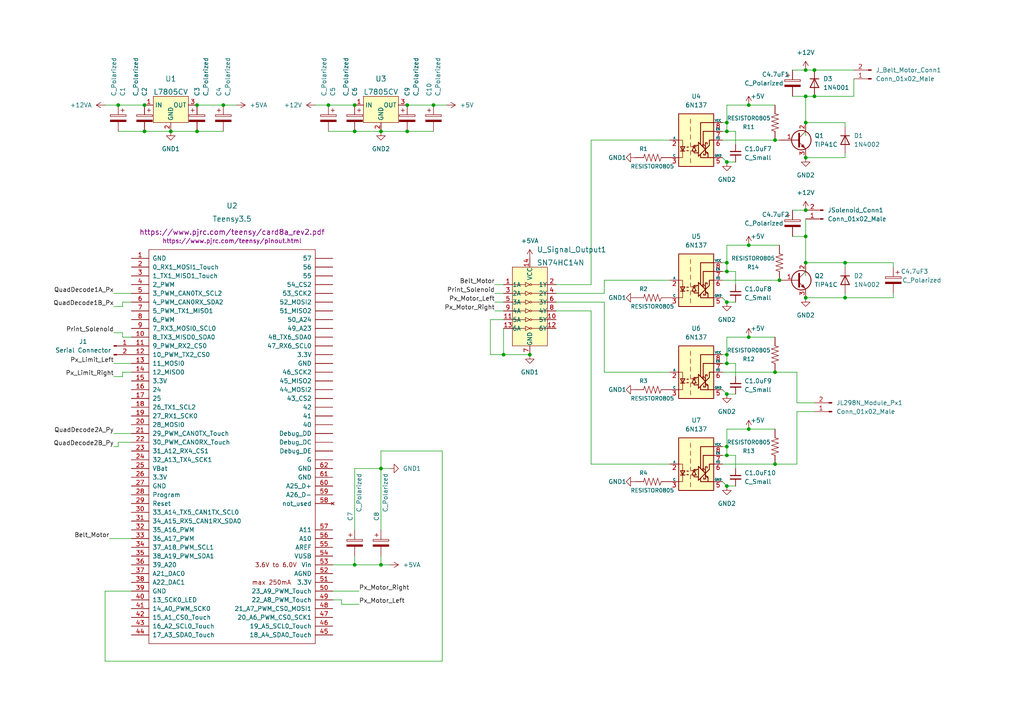
<source format=kicad_sch>
(kicad_sch (version 20230121) (generator eeschema)
  (paper "A4")
  (lib_symbols
    (symbol "Connector:Conn_01x02_Male" (pin_names (offset 1.016) hide)
      (property "Reference" "J" (at 0 2.54 0))
      (property "Value" "Conn_01x02_Male" (at 0 -5.08 0))
      (symbol "Conn_01x02_Male_1_1"
        (polyline (pts (xy 1.27 -2.54) (xy 0.8636 -2.54)) (stroke (width 0.1524)))
        (polyline (pts (xy 1.27 0) (xy 0.8636 0)) (stroke (width 0.1524)))
        (rectangle (start 0.8636 -2.413) (end 0 -2.667) (stroke (width 0.1524)) (fill (type outline)))
        (rectangle (start 0.8636 0.127) (end 0 -0.127) (stroke (width 0.1524)) (fill (type outline)))
        (pin passive line (at 5.08 0 180) (length 3.81) (name "Pin_1") (number "1"))
        (pin passive line (at 5.08 -2.54 180) (length 3.81) (name "Pin_2") (number "2"))
      )
    )
    (symbol "Device:C_Polarized" (pin_numbers hide) (pin_names (offset 0.254))
      (property "Reference" "C" (at 0.635 2.54 0))
      (property "Value" "C_Polarized" (at 0.635 -2.54 0))
      (symbol "C_Polarized_0_1"
        (rectangle (start -2.286 0.508) (end 2.286 1.016))
        (polyline (pts (xy -1.778 2.286) (xy -0.762 2.286)))
        (polyline (pts (xy -1.27 2.794) (xy -1.27 1.778)))
        (rectangle (start 2.286 -0.508) (end -2.286 -1.016) (fill (type outline)))
      )
      (symbol "C_Polarized_1_1"
        (pin passive line (at 0 3.81 270) (length 2.794) (name "~") (number "1"))
        (pin passive line (at 0 -3.81 90) (length 2.794) (name "~") (number "2"))
      )
    )
    (symbol "Device:C_Small" (pin_numbers hide) (pin_names (offset 0.254) hide)
      (property "Reference" "C" (at 0.254 1.778 0))
      (property "Value" "C_Small" (at 0.254 -2.032 0))
      (symbol "C_Small_0_1"
        (polyline (pts (xy -1.524 -0.508) (xy 1.524 -0.508)) (stroke (width 0.3302)))
        (polyline (pts (xy -1.524 0.508) (xy 1.524 0.508)) (stroke (width 0.3048)))
      )
      (symbol "C_Small_1_1"
        (pin passive line (at 0 2.54 270) (length 2.032) (name "~") (number "1"))
        (pin passive line (at 0 -2.54 90) (length 2.032) (name "~") (number "2"))
      )
    )
    (symbol "Diode:1N4001" (pin_numbers hide) (pin_names hide)
      (property "Reference" "D" (at 0 2.54 0))
      (property "Value" "1N4001" (at 0 -2.54 0))
      (symbol "1N4001_0_1"
        (polyline (pts (xy -1.27 1.27) (xy -1.27 -1.27)) (stroke (width 0.254)))
        (polyline (pts (xy 1.27 0) (xy -1.27 0)))
        (polyline (pts (xy 1.27 1.27) (xy 1.27 -1.27) (xy -1.27 0) (xy 1.27 1.27)) (stroke (width 0.254)))
      )
      (symbol "1N4001_1_1"
        (pin passive line (at -3.81 0 0) (length 2.54) (name "K") (number "1"))
        (pin passive line (at 3.81 0 180) (length 2.54) (name "A") (number "2"))
      )
    )
    (symbol "Diode:1N4002" (pin_numbers hide) (pin_names (offset 1.016) hide)
      (property "Reference" "D" (at 0 2.54 0))
      (property "Value" "1N4002" (at 0 -2.54 0))
      (symbol "1N4002_0_1"
        (polyline (pts (xy -1.27 1.27) (xy -1.27 -1.27)) (stroke (width 0.254)))
        (polyline (pts (xy 1.27 0) (xy -1.27 0)))
        (polyline (pts (xy 1.27 1.27) (xy 1.27 -1.27) (xy -1.27 0) (xy 1.27 1.27)) (stroke (width 0.254)))
      )
      (symbol "1N4002_1_1"
        (pin passive line (at -3.81 0 0) (length 2.54) (name "K") (number "1"))
        (pin passive line (at 3.81 0 180) (length 2.54) (name "A") (number "2"))
      )
    )
    (symbol "Isolator:6N137" (pin_names (offset 0))
      (property "Reference" "U" (at -4.064 8.89 0))
      (property "Value" "6N137" (at 0 -8.89 0))
      (symbol "6N137_0_1"
        (polyline (pts (xy 2.667 -3.556) (xy 2.667 -1.651)) (stroke (width 0.254)))
        (polyline (pts (xy 2.667 -2.159) (xy 2.667 -2.921)) (stroke (width 0.254)))
        (polyline (pts (xy 3.429 -3.937) (xy 3.429 -5.08)) (stroke (width 0.254)))
        (polyline (pts (xy -0.635 -3.302) (xy -0.635 -3.683) (xy 0.635 -3.683)) (stroke (width 0.254)))
        (polyline (pts (xy -0.635 -1.905) (xy -0.635 -1.524) (xy 0.508 -1.524)) (stroke (width 0.254)))
        (polyline (pts (xy 1.27 -4.064) (xy 1.27 -5.08) (xy 5.08 -5.08)) (stroke (width 0.254)))
        (polyline (pts (xy 1.27 -1.27) (xy 1.27 5.08) (xy 5.08 5.08)) (stroke (width 0.254)))
        (polyline (pts (xy 2.032 -1.27) (xy 2.032 2.54) (xy 5.08 2.54)) (stroke (width 0.254)))
        (polyline (pts (xy -5.08 -5.08) (xy -3.937 -5.08) (xy -3.937 0) (xy -5.08 0)))
        (polyline (pts (xy 2.667 -3.302) (xy 2.667 -4.318) (xy 2.159 -4.318) (xy 2.159 -3.937)) (stroke (width 0.254)))
        (polyline (pts (xy 2.667 -2.667) (xy 0.635 -4.699) (xy 0.635 -0.635) (xy 2.667 -2.667)) (stroke (width 0.254)))
        (polyline (pts (xy 2.667 -1.778) (xy 2.667 -0.762) (xy 3.175 -0.762) (xy 3.175 -1.143)) (stroke (width 0.254)))
        (polyline (pts (xy 2.794 -2.54) (xy 3.81 -1.524) (xy 3.81 0) (xy 5.08 0)) (stroke (width 0.254)))
        (polyline (pts (xy 2.667 -3.175) (xy 3.429 -3.937) (xy 3.302 -3.556) (xy 3.048 -3.81) (xy 3.429 -3.937)) (stroke (width 0.254)))
        (circle (center 2.032 -1.524) (radius 0.254) (stroke (width 0.254)))
      )
      (symbol "6N137_1_1"
        (rectangle (start -5.08 7.62) (end 5.08 -7.62) (stroke (width 0.254)) (fill (type background)))
        (polyline (pts (xy -4.572 -3.175) (xy -3.302 -3.175)) (stroke (width 0.254)))
        (polyline (pts (xy -1.651 -5.334) (xy -1.651 -6.604)))
        (polyline (pts (xy -1.651 -3.048) (xy -1.651 -4.318)))
        (polyline (pts (xy -1.651 -0.762) (xy -1.651 -2.032)))
        (polyline (pts (xy -1.651 1.524) (xy -1.651 0.254)))
        (polyline (pts (xy -1.651 3.81) (xy -1.651 2.54)))
        (polyline (pts (xy -1.651 6.096) (xy -1.651 4.826)))
        (polyline (pts (xy -1.27 -1.905) (xy 0 -1.905)) (stroke (width 0.254)))
        (polyline (pts (xy -3.937 -3.175) (xy -4.572 -1.905) (xy -3.302 -1.905) (xy -3.937 -3.175)) (stroke (width 0.254)))
        (polyline (pts (xy -0.635 -1.905) (xy -1.27 -3.175) (xy 0 -3.175) (xy -0.635 -1.905)) (stroke (width 0.254)))
        (polyline (pts (xy -2.921 -3.048) (xy -2.159 -3.048) (xy -2.54 -3.175) (xy -2.54 -2.921) (xy -2.159 -3.048)) (stroke (width 0.127)))
        (polyline (pts (xy -2.921 -2.032) (xy -2.159 -2.032) (xy -2.54 -2.159) (xy -2.54 -1.905) (xy -2.159 -2.032)) (stroke (width 0.127)))
        (pin no_connect line (at -5.08 5.08 0) (length 2.54) hide (name "NC") (number "1"))
        (pin passive line (at -7.62 0 0) (length 2.54) (name "A") (number "2"))
        (pin passive line (at -7.62 -5.08 0) (length 2.54) (name "C") (number "3"))
        (pin power_in line (at 7.62 -5.08 180) (length 2.54) (name "GND") (number "5"))
        (pin open_collector line (at 7.62 0 180) (length 2.54) (name "VO") (number "6"))
        (pin input line (at 7.62 2.54 180) (length 2.54) (name "EN") (number "7"))
        (pin power_in line (at 7.62 5.08 180) (length 2.54) (name "VCC") (number "8"))
      )
    )
    (symbol "SparkFun-Resistors:RESISTOR0805" (pin_numbers hide) (pin_names (offset 1.016) hide)
      (property "Reference" "R" (at -5.08 1.27 0))
      (property "Value" "RESISTOR0805" (at -5.08 -3.81 0))
      (property "Field4" " " (at 0 5.08 0))
      (symbol "RESISTOR0805_1_0"
        (polyline (pts (xy -2.54 0) (xy -2.159 1.016)))
        (polyline (pts (xy -2.159 1.016) (xy -1.524 -1.016)))
        (polyline (pts (xy -1.524 -1.016) (xy -0.889 1.016)))
        (polyline (pts (xy -0.889 1.016) (xy -0.254 -1.016)))
        (polyline (pts (xy -0.254 -1.016) (xy 0.381 1.016)))
        (polyline (pts (xy 0.381 1.016) (xy 1.016 -1.016)))
        (polyline (pts (xy 1.016 -1.016) (xy 1.651 1.016)))
        (polyline (pts (xy 1.651 1.016) (xy 2.286 -1.016)))
        (polyline (pts (xy 2.286 -1.016) (xy 2.54 0)))
      )
      (symbol "RESISTOR0805_1_1"
        (pin passive line (at -5.08 0 0) (length 2.54) (name "1") (number "1"))
        (pin passive line (at 5.08 0 180) (length 2.54) (name "2") (number "2"))
      )
    )
    (symbol "Transistor_BJT:TIP41C" (pin_names (offset 0) hide)
      (property "Reference" "Q" (at 6.35 1.905 0))
      (property "Value" "TIP41C" (at 6.35 0 0))
      (symbol "TIP41C_0_1"
        (polyline (pts (xy 0.635 0.635) (xy 2.54 2.54)))
        (polyline (pts (xy 0.635 -0.635) (xy 2.54 -2.54) (xy 2.54 -2.54)))
        (polyline (pts (xy 0.635 1.905) (xy 0.635 -1.905) (xy 0.635 -1.905)) (stroke (width 0.508)))
        (polyline (pts (xy 1.27 -1.778) (xy 1.778 -1.27) (xy 2.286 -2.286) (xy 1.27 -1.778) (xy 1.27 -1.778)) (fill (type outline)))
        (circle (center 1.27 0) (radius 2.8194) (stroke (width 0.254)))
      )
      (symbol "TIP41C_1_1"
        (pin input line (at -5.08 0 0) (length 5.715) (name "B") (number "1"))
        (pin passive line (at 2.54 5.08 270) (length 2.54) (name "C") (number "2"))
        (pin passive line (at 2.54 -5.08 90) (length 2.54) (name "E") (number "3"))
      )
    )
    (symbol "dk_Logic-Gates-and-Inverters:SN74HC14N" (pin_names (offset 0.0254))
      (property "Reference" "U" (at -2.54 13.716 0))
      (property "Value" "SN74HC14N" (at 0.254 -11.43 0))
      (symbol "SN74HC14N_0_1"
        (rectangle (start -5.08 12.7) (end 5.08 -10.16) (fill (type background)))
        (polyline (pts (xy -2.54 -5.08) (xy -5.08 -5.08)))
        (polyline (pts (xy -2.54 -2.54) (xy -5.08 -2.54)))
        (polyline (pts (xy -2.54 -2.54) (xy -1.27 -2.54)))
        (polyline (pts (xy -2.54 0) (xy -5.08 0)))
        (polyline (pts (xy -2.54 2.54) (xy -5.08 2.54)))
        (polyline (pts (xy -2.54 2.54) (xy -1.27 2.54)))
        (polyline (pts (xy -2.54 5.08) (xy -5.08 5.08)))
        (polyline (pts (xy -2.54 7.62) (xy -5.08 7.62)))
        (polyline (pts (xy -1.27 -5.08) (xy -2.54 -5.08)))
        (polyline (pts (xy -1.27 0) (xy -2.54 0)))
        (polyline (pts (xy -1.27 5.08) (xy -2.54 5.08)))
        (polyline (pts (xy -1.27 7.62) (xy -2.54 7.62)))
        (polyline (pts (xy 0.508 -5.08) (xy 2.54 -5.08)))
        (polyline (pts (xy 0.508 0) (xy 2.54 0)))
        (polyline (pts (xy 0.508 2.54) (xy 2.54 2.54)))
        (polyline (pts (xy 0.508 5.08) (xy 2.54 5.08)))
        (polyline (pts (xy 2.54 -2.54) (xy 0.508 -2.54)))
        (polyline (pts (xy 2.54 7.62) (xy 0.508 7.62)))
        (polyline (pts (xy 5.08 -5.08) (xy 2.54 -5.08)))
        (polyline (pts (xy 5.08 -2.54) (xy 2.54 -2.54)))
        (polyline (pts (xy 5.08 0) (xy 2.54 0)))
        (polyline (pts (xy 5.08 2.54) (xy 2.54 2.54)))
        (polyline (pts (xy 5.08 5.08) (xy 2.54 5.08)))
        (polyline (pts (xy 5.08 7.62) (xy 2.54 7.62)))
        (polyline (pts (xy -1.27 -4.445) (xy -1.27 -5.715) (xy 0 -5.08) (xy -1.27 -4.445)))
        (polyline (pts (xy -1.27 -1.905) (xy -1.27 -3.175) (xy 0 -2.54) (xy -1.27 -1.905)))
        (polyline (pts (xy -1.27 0.635) (xy -1.27 -0.635) (xy 0 0) (xy -1.27 0.635)))
        (polyline (pts (xy -1.27 3.175) (xy -1.27 1.905) (xy 0 2.54) (xy -1.27 3.175)))
        (polyline (pts (xy -1.27 5.715) (xy -1.27 4.445) (xy 0 5.08) (xy -1.27 5.715)))
        (polyline (pts (xy -1.27 8.255) (xy -1.27 6.985) (xy 0 7.62) (xy -1.27 8.255)))
        (circle (center 0.254 -5.08) (radius 0.254))
        (circle (center 0.254 -2.54) (radius 0.254))
        (circle (center 0.254 0) (radius 0.254))
        (circle (center 0.254 2.54) (radius 0.254))
        (circle (center 0.254 5.08) (radius 0.254))
        (circle (center 0.254 7.62) (radius 0.254))
      )
      (symbol "SN74HC14N_1_1"
        (pin input line (at -7.62 7.62 0) (length 2.54) (name "1A") (number "1"))
        (pin output line (at 7.62 -2.54 180) (length 2.54) (name "5Y") (number "10"))
        (pin input line (at -7.62 -2.54 0) (length 2.54) (name "5A") (number "11"))
        (pin output line (at 7.62 -5.08 180) (length 2.54) (name "6Y") (number "12"))
        (pin input line (at -7.62 -5.08 0) (length 2.54) (name "6A") (number "13"))
        (pin power_in line (at 0 15.24 270) (length 2.54) (name "VCC") (number "14"))
        (pin output line (at 7.62 7.62 180) (length 2.54) (name "1Y") (number "2"))
        (pin input line (at -7.62 5.08 0) (length 2.54) (name "2A") (number "3"))
        (pin output line (at 7.62 5.08 180) (length 2.54) (name "2Y") (number "4"))
        (pin input line (at -7.62 2.54 0) (length 2.54) (name "3A") (number "5"))
        (pin output line (at 7.62 2.54 180) (length 2.54) (name "3Y") (number "6"))
        (pin power_in line (at 0 -12.7 90) (length 2.54) (name "GND") (number "7"))
        (pin output line (at 7.62 0 180) (length 2.54) (name "4Y") (number "8"))
        (pin input line (at -7.62 0 0) (length 2.54) (name "4A") (number "9"))
      )
    )
    (symbol "dk_PMIC-Voltage-Regulators-Linear:L7805CV"
      (property "Reference" "U" (at 0 3.81 0))
      (property "Value" "L7805CV" (at 0 6.35 0))
      (symbol "L7805CV_1_1"
        (rectangle (start -5.08 2.54) (end 5.08 -5.08) (fill (type background)))
        (pin power_in line (at -7.62 0 0) (length 2.54) (name "IN") (number "1"))
        (pin power_in line (at 0 -7.62 90) (length 2.54) (name "GND") (number "2"))
        (pin power_out line (at 7.62 0 180) (length 2.54) (name "OUT") (number "3"))
      )
    )
    (symbol "power:+12V" (power) (pin_names (offset 0))
      (property "Value" "+12V" (at 0 3.556 0))
      (symbol "+12V_0_1"
        (polyline (pts (xy -0.762 1.27) (xy 0 2.54)))
        (polyline (pts (xy 0 0) (xy 0 2.54)))
        (polyline (pts (xy 0 2.54) (xy 0.762 1.27)))
      )
      (symbol "+12V_1_1"
        (pin power_in line (at 0 0 90) (length 0) hide (name "+12V") (number "1"))
      )
    )
    (symbol "power:+12VA" (power) (pin_names (offset 0))
      (property "Value" "+12VA" (at 0 3.556 0))
      (symbol "+12VA_0_1"
        (polyline (pts (xy -0.762 1.27) (xy 0 2.54)))
        (polyline (pts (xy 0 0) (xy 0 2.54)))
        (polyline (pts (xy 0 2.54) (xy 0.762 1.27)))
      )
      (symbol "+12VA_1_1"
        (pin power_in line (at 0 0 90) (length 0) hide (name "+12VA") (number "1"))
      )
    )
    (symbol "power:+5V" (power) (pin_names (offset 0))
      (property "Value" "+5V" (at 0 3.556 0))
      (symbol "+5V_0_1"
        (polyline (pts (xy -0.762 1.27) (xy 0 2.54)))
        (polyline (pts (xy 0 0) (xy 0 2.54)))
        (polyline (pts (xy 0 2.54) (xy 0.762 1.27)))
      )
      (symbol "+5V_1_1"
        (pin power_in line (at 0 0 90) (length 0) hide (name "+5V") (number "1"))
      )
    )
    (symbol "power:+5VA" (power) (pin_names (offset 0))
      (property "Value" "+5VA" (at 0 3.556 0))
      (symbol "+5VA_0_1"
        (polyline (pts (xy -0.762 1.27) (xy 0 2.54)))
        (polyline (pts (xy 0 0) (xy 0 2.54)))
        (polyline (pts (xy 0 2.54) (xy 0.762 1.27)))
      )
      (symbol "+5VA_1_1"
        (pin power_in line (at 0 0 90) (length 0) hide (name "+5VA") (number "1"))
      )
    )
    (symbol "power:GND1" (power) (pin_names (offset 0))
      (property "Value" "GND1" (at 0 -3.81 0))
      (symbol "GND1_0_1"
        (polyline (pts (xy 0 0) (xy 0 -1.27) (xy 1.27 -1.27) (xy 0 -2.54) (xy -1.27 -1.27) (xy 0 -1.27)))
      )
      (symbol "GND1_1_1"
        (pin power_in line (at 0 0 270) (length 0) hide (name "GND1") (number "1"))
      )
    )
    (symbol "power:GND2" (power) (pin_names (offset 0))
      (property "Value" "GND2" (at 0 -3.81 0))
      (symbol "GND2_0_1"
        (polyline (pts (xy 0 0) (xy 0 -1.27) (xy 1.27 -1.27) (xy 0 -2.54) (xy -1.27 -1.27) (xy 0 -1.27)))
      )
      (symbol "GND2_1_1"
        (pin power_in line (at 0 0 270) (length 0) hide (name "GND2") (number "1"))
      )
    )
    (symbol "teensy:Teensy3.5" (pin_names (offset 1.016))
      (property "Reference" "U" (at 0 59.69 0))
      (property "Value" "Teensy3.5" (at 0 -59.69 0))
      (property "Datasheet" "https://www.pjrc.com/teensy/card8a_rev2.pdf" (at 0 62.23 0))
      (property "Pinouts" "https://www.pjrc.com/teensy/pinout.html" (at 0 64.77 0))
      (symbol "Teensy3.5_0_0"
        (text "3.6V to 6.0V" (at 12.7 -34.29 0) (effects (font (size 1.27 1.27))))
        (text "max 250mA" (at 11.43 -39.37 0) (effects (font (size 1.27 1.27))))
      )
      (symbol "Teensy3.5_0_1"
        (rectangle (start -24.13 57.15) (end 24.13 -57.15))
      )
      (symbol "Teensy3.5_1_1"
        (pin power_in line (at -29.21 54.61 0) (length 5.08) (name "GND") (number "1"))
        (pin bidirectional line (at -29.21 31.75 0) (length 5.08) (name "8_TX3_MISO0_SDA0") (number "10"))
        (pin bidirectional line (at -29.21 29.21 0) (length 5.08) (name "9_PWM_RX2_CS0") (number "11"))
        (pin bidirectional line (at -29.21 26.67 0) (length 5.08) (name "10_PWM_TX2_CS0") (number "12"))
        (pin bidirectional line (at -29.21 24.13 0) (length 5.08) (name "11_MOSI0") (number "13"))
        (pin bidirectional line (at -29.21 21.59 0) (length 5.08) (name "12_MISO0") (number "14"))
        (pin power_out line (at -29.21 19.05 0) (length 5.08) (name "3.3V") (number "15"))
        (pin bidirectional line (at -29.21 16.51 0) (length 5.08) (name "24") (number "16"))
        (pin bidirectional line (at -29.21 13.97 0) (length 5.08) (name "25") (number "17"))
        (pin bidirectional line (at -29.21 11.43 0) (length 5.08) (name "26_TX1_SCL2") (number "18"))
        (pin bidirectional line (at -29.21 8.89 0) (length 5.08) (name "27_RX1_SCK0") (number "19"))
        (pin bidirectional line (at -29.21 52.07 0) (length 5.08) (name "0_RX1_MOSI1_Touch") (number "2"))
        (pin bidirectional line (at -29.21 6.35 0) (length 5.08) (name "28_MOSI0") (number "20"))
        (pin bidirectional line (at -29.21 3.81 0) (length 5.08) (name "29_PWM_CAN0TX_Touch") (number "21"))
        (pin bidirectional line (at -29.21 1.27 0) (length 5.08) (name "30_PWM_CAN0RX_Touch") (number "22"))
        (pin bidirectional line (at -29.21 -1.27 0) (length 5.08) (name "31_A12_RX4_CS1") (number "23"))
        (pin bidirectional line (at -29.21 -3.81 0) (length 5.08) (name "32_A13_TX4_SCK1") (number "24"))
        (pin power_in line (at -29.21 -6.35 0) (length 5.08) (name "VBat") (number "25"))
        (pin power_in line (at -29.21 -8.89 0) (length 5.08) (name "3.3V") (number "26"))
        (pin power_in line (at -29.21 -11.43 0) (length 5.08) (name "GND") (number "27"))
        (pin input line (at -29.21 -13.97 0) (length 5.08) (name "Program") (number "28"))
        (pin input line (at -29.21 -16.51 0) (length 5.08) (name "Reset") (number "29"))
        (pin bidirectional line (at -29.21 49.53 0) (length 5.08) (name "1_TX1_MISO1_Touch") (number "3"))
        (pin bidirectional line (at -29.21 -19.05 0) (length 5.08) (name "33_A14_TX5_CAN1TX_SCL0") (number "30"))
        (pin bidirectional line (at -29.21 -21.59 0) (length 5.08) (name "34_A15_RX5_CAN1RX_SDA0") (number "31"))
        (pin bidirectional line (at -29.21 -24.13 0) (length 5.08) (name "35_A16_PWM") (number "32"))
        (pin bidirectional line (at -29.21 -26.67 0) (length 5.08) (name "36_A17_PWM") (number "33"))
        (pin bidirectional line (at -29.21 -29.21 0) (length 5.08) (name "37_A18_PWM_SCL1") (number "34"))
        (pin bidirectional line (at -29.21 -31.75 0) (length 5.08) (name "38_A19_PWM_SDA1") (number "35"))
        (pin bidirectional line (at -29.21 -34.29 0) (length 5.08) (name "39_A20") (number "36"))
        (pin bidirectional line (at -29.21 -36.83 0) (length 5.08) (name "A21_DAC0") (number "37"))
        (pin bidirectional line (at -29.21 -39.37 0) (length 5.08) (name "A22_DAC1") (number "38"))
        (pin power_in line (at -29.21 -41.91 0) (length 5.08) (name "GND") (number "39"))
        (pin bidirectional line (at -29.21 46.99 0) (length 5.08) (name "2_PWM") (number "4"))
        (pin bidirectional line (at -29.21 -44.45 0) (length 5.08) (name "13_SCK0_LED") (number "40"))
        (pin bidirectional line (at -29.21 -46.99 0) (length 5.08) (name "14_A0_PWM_SCK0") (number "41"))
        (pin bidirectional line (at -29.21 -49.53 0) (length 5.08) (name "15_A1_CS0_Touch") (number "42"))
        (pin bidirectional line (at -29.21 -52.07 0) (length 5.08) (name "16_A2_SCL0_Touch") (number "43"))
        (pin bidirectional line (at -29.21 -54.61 0) (length 5.08) (name "17_A3_SDA0_Touch") (number "44"))
        (pin bidirectional line (at 29.21 -54.61 180) (length 5.08) (name "18_A4_SDA0_Touch") (number "45"))
        (pin bidirectional line (at 29.21 -52.07 180) (length 5.08) (name "19_A5_SCL0_Touch") (number "46"))
        (pin bidirectional line (at 29.21 -49.53 180) (length 5.08) (name "20_A6_PWM_CS0_SCK1") (number "47"))
        (pin bidirectional line (at 29.21 -46.99 180) (length 5.08) (name "21_A7_PWM_CS0_MOSI1") (number "48"))
        (pin bidirectional line (at 29.21 -44.45 180) (length 5.08) (name "22_A8_PWM_Touch") (number "49"))
        (pin bidirectional line (at -29.21 44.45 0) (length 5.08) (name "3_PWM_CAN0TX_SCL2") (number "5"))
        (pin bidirectional line (at 29.21 -41.91 180) (length 5.08) (name "23_A9_PWM_Touch") (number "50"))
        (pin power_out line (at 29.21 -39.37 180) (length 5.08) (name "3.3V") (number "51"))
        (pin power_out line (at 29.21 -36.83 180) (length 5.08) (name "AGND") (number "52"))
        (pin power_in line (at 29.21 -34.29 180) (length 5.08) (name "Vin") (number "53"))
        (pin power_in line (at 29.21 -31.75 180) (length 5.08) (name "VUSB") (number "54"))
        (pin input line (at 29.21 -29.21 180) (length 5.08) (name "AREF") (number "55"))
        (pin bidirectional line (at 29.21 -26.67 180) (length 5.08) (name "A10") (number "56"))
        (pin bidirectional line (at 29.21 -24.13 180) (length 5.08) (name "A11") (number "57"))
        (pin no_connect line (at 29.21 -16.51 180) (length 5.08) (name "not_used") (number "58"))
        (pin bidirectional line (at 29.21 -13.97 180) (length 5.08) (name "A26_D-") (number "59"))
        (pin bidirectional line (at -29.21 41.91 0) (length 5.08) (name "4_PWM_CAN0RX_SDA2") (number "6"))
        (pin bidirectional line (at 29.21 -11.43 180) (length 5.08) (name "A25_D+") (number "60"))
        (pin power_in line (at 29.21 -8.89 180) (length 5.08) (name "GND") (number "61"))
        (pin power_in line (at 29.21 -6.35 180) (length 5.08) (name "GND") (number "62"))
        (pin bidirectional line (at -29.21 39.37 0) (length 5.08) (name "5_PWM_TX1_MISO1") (number "7"))
        (pin bidirectional line (at -29.21 36.83 0) (length 5.08) (name "6_PWM") (number "8"))
        (pin bidirectional line (at -29.21 34.29 0) (length 5.08) (name "7_RX3_MOSI0_SCL0") (number "9"))
        (pin power_in line (at 29.21 26.67 180) (length 5.08) (name "3.3V") (number "~"))
        (pin bidirectional line (at 29.21 6.35 180) (length 5.08) (name "40") (number "~"))
        (pin bidirectional line (at 29.21 8.89 180) (length 5.08) (name "41") (number "~"))
        (pin bidirectional line (at 29.21 11.43 180) (length 5.08) (name "42") (number "~"))
        (pin bidirectional line (at 29.21 13.97 180) (length 5.08) (name "43_CS2") (number "~"))
        (pin bidirectional line (at 29.21 16.51 180) (length 5.08) (name "44_MOSI2") (number "~"))
        (pin bidirectional line (at 29.21 19.05 180) (length 5.08) (name "45_MISO2") (number "~"))
        (pin bidirectional line (at 29.21 21.59 180) (length 5.08) (name "46_SCK2") (number "~"))
        (pin bidirectional line (at 29.21 29.21 180) (length 5.08) (name "47_RX6_SCL0") (number "~"))
        (pin bidirectional line (at 29.21 31.75 180) (length 5.08) (name "48_TX6_SDA0") (number "~"))
        (pin bidirectional line (at 29.21 34.29 180) (length 5.08) (name "49_A23") (number "~"))
        (pin bidirectional line (at 29.21 36.83 180) (length 5.08) (name "50_A24") (number "~"))
        (pin bidirectional line (at 29.21 39.37 180) (length 5.08) (name "51_MISO2") (number "~"))
        (pin bidirectional line (at 29.21 41.91 180) (length 5.08) (name "52_MOSI2") (number "~"))
        (pin bidirectional line (at 29.21 44.45 180) (length 5.08) (name "53_SCK2") (number "~"))
        (pin bidirectional line (at 29.21 46.99 180) (length 5.08) (name "54_CS2") (number "~"))
        (pin bidirectional line (at 29.21 49.53 180) (length 5.08) (name "55") (number "~"))
        (pin bidirectional line (at 29.21 52.07 180) (length 5.08) (name "56") (number "~"))
        (pin bidirectional line (at 29.21 54.61 180) (length 5.08) (name "57") (number "~"))
        (pin input line (at 29.21 1.27 180) (length 5.08) (name "Debug_DC") (number "~"))
        (pin input line (at 29.21 3.81 180) (length 5.08) (name "Debug_DD") (number "~"))
        (pin input line (at 29.21 -1.27 180) (length 5.08) (name "Debug_DE") (number "~"))
        (pin power_in line (at 29.21 -3.81 180) (length 5.08) (name "G") (number "~"))
        (pin power_in line (at 29.21 24.13 180) (length 5.08) (name "GND") (number "~"))
      )
    )
  )
  (junction (at 224.79 134.62))
  (junction (at 102.87 163.83))
  (junction (at 233.68 60.96))
  (junction (at 217.17 71.12))
  (junction (at 245.11 86.36))
  (junction (at 102.87 38.1))
  (junction (at 233.68 45.72))
  (junction (at 41.91 30.48))
  (junction (at 95.25 30.48))
  (junction (at 146.05 102.87))
  (junction (at 210.82 140.97))
  (junction (at 153.67 102.87))
  (junction (at 226.06 81.28))
  (junction (at 64.77 30.48))
  (junction (at 210.82 35.56))
  (junction (at 233.68 86.36))
  (junction (at 217.17 30.48))
  (junction (at 233.68 27.94))
  (junction (at 110.49 38.1))
  (junction (at 210.82 46.99))
  (junction (at 118.11 38.1))
  (junction (at 217.17 124.46))
  (junction (at 224.79 107.95))
  (junction (at 57.15 30.48))
  (junction (at 236.22 27.94))
  (junction (at 217.17 97.79))
  (junction (at 245.11 76.2))
  (junction (at 233.68 20.32))
  (junction (at 210.82 132.08))
  (junction (at 34.29 30.48))
  (junction (at 210.82 38.1))
  (junction (at 233.68 68.58))
  (junction (at 210.82 129.54))
  (junction (at 57.15 38.1))
  (junction (at 102.87 30.48))
  (junction (at 233.68 35.56))
  (junction (at 210.82 102.87))
  (junction (at 210.82 76.2))
  (junction (at 233.68 76.2))
  (junction (at 125.73 30.48))
  (junction (at 118.11 30.48))
  (junction (at 41.91 38.1))
  (junction (at 224.79 40.64))
  (junction (at 49.53 38.1))
  (junction (at 210.82 87.63))
  (junction (at 236.22 20.32))
  (junction (at 210.82 114.3))
  (junction (at 210.82 78.74))
  (junction (at 210.82 105.41))
  (junction (at 110.49 135.89))
  (junction (at 110.49 163.83))
  (wire (pts (xy 209.55 81.28) (xy 226.06 81.28)))
  (wire (pts (xy 41.91 38.1) (xy 49.53 38.1)))
  (wire (pts (xy 142.24 92.71) (xy 142.24 102.87)))
  (wire (pts (xy 233.68 20.32) (xy 236.22 20.32)))
  (wire (pts (xy 34.29 30.48) (xy 41.91 30.48)))
  (wire (pts (xy 210.82 114.3) (xy 209.55 113.03)))
  (wire (pts (xy 57.15 38.1) (xy 49.53 38.1)))
  (wire (pts (xy 236.22 27.94) (xy 247.65 27.94)))
  (wire (pts (xy 91.44 30.48) (xy 95.25 30.48)))
  (wire (pts (xy 143.51 85.09) (xy 146.05 85.09)))
  (wire (pts (xy 224.79 107.95) (xy 231.14 107.95)))
  (wire (pts (xy 210.82 129.54) (xy 210.82 124.46)))
  (wire (pts (xy 213.36 41.91) (xy 213.36 38.1)))
  (wire (pts (xy 171.45 134.62) (xy 171.45 90.17)))
  (wire (pts (xy 233.68 63.5) (xy 233.68 68.58)))
  (wire (pts (xy 102.87 38.1) (xy 95.25 38.1)))
  (wire (pts (xy 102.87 135.89) (xy 102.87 153.67)))
  (wire (pts (xy 247.65 27.94) (xy 247.65 22.86)))
  (wire (pts (xy 245.11 76.2) (xy 259.08 76.2)))
  (wire (pts (xy 118.11 38.1) (xy 110.49 38.1)))
  (wire (pts (xy 210.82 140.97) (xy 213.36 140.97)))
  (wire (pts (xy 236.22 20.32) (xy 247.65 20.32)))
  (wire (pts (xy 210.82 87.63) (xy 213.36 87.63)))
  (wire (pts (xy 259.08 86.36) (xy 245.11 86.36)))
  (wire (pts (xy 210.82 105.41) (xy 210.82 102.87)))
  (wire (pts (xy 209.55 105.41) (xy 210.82 105.41)))
  (wire (pts (xy 210.82 114.3) (xy 213.36 114.3)))
  (wire (pts (xy 210.82 46.99) (xy 213.36 46.99)))
  (wire (pts (xy 30.48 171.45) (xy 30.48 191.77)))
  (wire (pts (xy 194.31 81.28) (xy 175.26 81.28)))
  (wire (pts (xy 217.17 97.79) (xy 224.79 97.79)))
  (wire (pts (xy 213.36 135.89) (xy 213.36 132.08)))
  (wire (pts (xy 233.68 76.2) (xy 245.11 76.2)))
  (wire (pts (xy 209.55 134.62) (xy 224.79 134.62)))
  (wire (pts (xy 57.15 38.1) (xy 64.77 38.1)))
  (wire (pts (xy 171.45 40.64) (xy 194.31 40.64)))
  (wire (pts (xy 33.02 85.09) (xy 38.1 85.09)))
  (wire (pts (xy 125.73 30.48) (xy 129.54 30.48)))
  (wire (pts (xy 143.51 87.63) (xy 146.05 87.63)))
  (wire (pts (xy 233.68 45.72) (xy 245.11 45.72)))
  (wire (pts (xy 102.87 135.89) (xy 110.49 135.89)))
  (wire (pts (xy 102.87 161.29) (xy 102.87 163.83)))
  (wire (pts (xy 110.49 135.89) (xy 110.49 153.67)))
  (wire (pts (xy 210.82 78.74) (xy 210.82 76.2)))
  (wire (pts (xy 118.11 38.1) (xy 125.73 38.1)))
  (wire (pts (xy 231.14 107.95) (xy 231.14 116.84)))
  (wire (pts (xy 33.02 88.9) (xy 35.56 88.9)))
  (wire (pts (xy 143.51 90.17) (xy 146.05 90.17)))
  (wire (pts (xy 128.27 130.81) (xy 110.49 130.81)))
  (wire (pts (xy 210.82 46.99) (xy 209.55 45.72)))
  (wire (pts (xy 99.06 175.26) (xy 104.14 175.26)))
  (wire (pts (xy 210.82 78.74) (xy 213.36 78.74)))
  (wire (pts (xy 233.68 39.37) (xy 233.68 35.56)))
  (wire (pts (xy 213.36 38.1) (xy 210.82 38.1)))
  (wire (pts (xy 217.17 71.12) (xy 226.06 71.12)))
  (wire (pts (xy 128.27 191.77) (xy 128.27 130.81)))
  (wire (pts (xy 113.03 163.83) (xy 110.49 163.83)))
  (wire (pts (xy 209.55 35.56) (xy 210.82 35.56)))
  (wire (pts (xy 57.15 30.48) (xy 64.77 30.48)))
  (wire (pts (xy 175.26 107.95) (xy 175.26 87.63)))
  (wire (pts (xy 210.82 105.41) (xy 213.36 105.41)))
  (wire (pts (xy 210.82 76.2) (xy 210.82 71.12)))
  (wire (pts (xy 33.02 105.41) (xy 38.1 105.41)))
  (wire (pts (xy 194.31 107.95) (xy 175.26 107.95)))
  (wire (pts (xy 224.79 134.62) (xy 231.14 134.62)))
  (wire (pts (xy 231.14 119.38) (xy 236.22 119.38)))
  (wire (pts (xy 210.82 38.1) (xy 210.82 35.56)))
  (wire (pts (xy 209.55 78.74) (xy 210.82 78.74)))
  (wire (pts (xy 146.05 102.87) (xy 153.67 102.87)))
  (wire (pts (xy 210.82 35.56) (xy 210.82 30.48)))
  (wire (pts (xy 146.05 92.71) (xy 142.24 92.71)))
  (wire (pts (xy 34.29 128.27) (xy 38.1 128.27)))
  (wire (pts (xy 175.26 81.28) (xy 175.26 85.09)))
  (wire (pts (xy 209.55 76.2) (xy 210.82 76.2)))
  (wire (pts (xy 210.82 132.08) (xy 210.82 129.54)))
  (wire (pts (xy 31.75 156.21) (xy 38.1 156.21)))
  (wire (pts (xy 245.11 86.36) (xy 245.11 85.09)))
  (wire (pts (xy 38.1 107.95) (xy 35.56 107.95)))
  (wire (pts (xy 35.56 107.95) (xy 35.56 109.22)))
  (wire (pts (xy 110.49 161.29) (xy 110.49 163.83)))
  (wire (pts (xy 110.49 135.89) (xy 113.03 135.89)))
  (wire (pts (xy 35.56 87.63) (xy 38.1 87.63)))
  (wire (pts (xy 95.25 30.48) (xy 102.87 30.48)))
  (wire (pts (xy 209.55 107.95) (xy 224.79 107.95)))
  (wire (pts (xy 171.45 82.55) (xy 171.45 40.64)))
  (wire (pts (xy 161.29 82.55) (xy 171.45 82.55)))
  (wire (pts (xy 210.82 124.46) (xy 217.17 124.46)))
  (wire (pts (xy 142.24 102.87) (xy 146.05 102.87)))
  (wire (pts (xy 229.87 27.94) (xy 233.68 27.94)))
  (wire (pts (xy 210.82 102.87) (xy 210.82 97.79)))
  (wire (pts (xy 96.52 173.99) (xy 99.06 173.99)))
  (wire (pts (xy 233.68 27.94) (xy 233.68 35.56)))
  (wire (pts (xy 41.91 38.1) (xy 34.29 38.1)))
  (wire (pts (xy 99.06 173.99) (xy 99.06 175.26)))
  (wire (pts (xy 217.17 30.48) (xy 224.79 30.48)))
  (wire (pts (xy 233.68 86.36) (xy 245.11 86.36)))
  (wire (pts (xy 35.56 97.79) (xy 35.56 96.52)))
  (wire (pts (xy 35.56 109.22) (xy 33.02 109.22)))
  (wire (pts (xy 171.45 90.17) (xy 161.29 90.17)))
  (wire (pts (xy 110.49 163.83) (xy 102.87 163.83)))
  (wire (pts (xy 33.02 129.54) (xy 34.29 129.54)))
  (wire (pts (xy 213.36 82.55) (xy 213.36 78.74)))
  (wire (pts (xy 110.49 130.81) (xy 110.49 135.89)))
  (wire (pts (xy 233.68 68.58) (xy 233.68 76.2)))
  (wire (pts (xy 209.55 38.1) (xy 210.82 38.1)))
  (wire (pts (xy 229.87 60.96) (xy 233.68 60.96)))
  (wire (pts (xy 209.55 102.87) (xy 210.82 102.87)))
  (wire (pts (xy 194.31 134.62) (xy 171.45 134.62)))
  (wire (pts (xy 245.11 36.83) (xy 245.11 35.56)))
  (wire (pts (xy 245.11 77.47) (xy 245.11 76.2)))
  (wire (pts (xy 245.11 45.72) (xy 245.11 44.45)))
  (wire (pts (xy 38.1 97.79) (xy 35.56 97.79)))
  (wire (pts (xy 102.87 163.83) (xy 96.52 163.83)))
  (wire (pts (xy 30.48 191.77) (xy 128.27 191.77)))
  (wire (pts (xy 64.77 30.48) (xy 68.58 30.48)))
  (wire (pts (xy 259.08 85.09) (xy 259.08 86.36)))
  (wire (pts (xy 229.87 20.32) (xy 233.68 20.32)))
  (wire (pts (xy 224.79 40.64) (xy 226.06 40.64)))
  (wire (pts (xy 210.82 87.63) (xy 209.55 86.36)))
  (wire (pts (xy 233.68 35.56) (xy 245.11 35.56)))
  (wire (pts (xy 209.55 40.64) (xy 224.79 40.64)))
  (wire (pts (xy 118.11 30.48) (xy 125.73 30.48)))
  (wire (pts (xy 259.08 76.2) (xy 259.08 77.47)))
  (wire (pts (xy 175.26 85.09) (xy 161.29 85.09)))
  (wire (pts (xy 175.26 87.63) (xy 161.29 87.63)))
  (wire (pts (xy 209.55 129.54) (xy 210.82 129.54)))
  (wire (pts (xy 231.14 134.62) (xy 231.14 119.38)))
  (wire (pts (xy 213.36 109.22) (xy 213.36 105.41)))
  (wire (pts (xy 30.48 30.48) (xy 34.29 30.48)))
  (wire (pts (xy 35.56 88.9) (xy 35.56 87.63)))
  (wire (pts (xy 210.82 71.12) (xy 217.17 71.12)))
  (wire (pts (xy 146.05 95.25) (xy 146.05 102.87)))
  (wire (pts (xy 229.87 68.58) (xy 233.68 68.58)))
  (wire (pts (xy 231.14 116.84) (xy 236.22 116.84)))
  (wire (pts (xy 33.02 125.73) (xy 38.1 125.73)))
  (wire (pts (xy 233.68 27.94) (xy 236.22 27.94)))
  (wire (pts (xy 38.1 171.45) (xy 30.48 171.45)))
  (wire (pts (xy 102.87 38.1) (xy 110.49 38.1)))
  (wire (pts (xy 35.56 96.52) (xy 33.02 96.52)))
  (wire (pts (xy 210.82 97.79) (xy 217.17 97.79)))
  (wire (pts (xy 210.82 140.97) (xy 209.55 139.7)))
  (wire (pts (xy 96.52 171.45) (xy 104.14 171.45)))
  (wire (pts (xy 233.68 80.01) (xy 233.68 76.2)))
  (wire (pts (xy 34.29 129.54) (xy 34.29 128.27)))
  (wire (pts (xy 210.82 30.48) (xy 217.17 30.48)))
  (wire (pts (xy 210.82 132.08) (xy 213.36 132.08)))
  (wire (pts (xy 217.17 124.46) (xy 224.79 124.46)))
  (wire (pts (xy 143.51 82.55) (xy 146.05 82.55)))
  (wire (pts (xy 209.55 132.08) (xy 210.82 132.08)))
  (label "Belt_Motor" (at 31.75 156.21 180))
  (label "QuadDecode2A_Py" (at 33.02 125.73 180))
  (label "Px_Limit_Left" (at 33.02 105.41 180))
  (label "Print_Solenoid" (at 143.51 85.09 180))
  (label "QuadDecode1B_Px" (at 33.02 88.9 180))
  (label "QuadDecode2B_Py" (at 33.02 129.54 180))
  (label "Px_Motor_Right" (at 143.51 90.17 180))
  (label "QuadDecode1A_Px" (at 33.02 85.09 180))
  (label "Px_Motor_Left" (at 143.51 87.63 180))
  (label "Print_Solenoid" (at 33.02 96.52 180))
  (label "Px_Motor_Left" (at 104.14 175.26 0))
  (label "Belt_Motor" (at 143.51 82.55 180))
  (label "Px_Motor_Right" (at 104.14 171.45 0))
  (label "Px_Limit_Right" (at 33.02 109.22 180))
  (symbol (lib_id "power:+12VA") (at 30.48 30.48 90) (unit 1)
    (property "Reference" "#PWR01" (effects hide))
    (property "Value" "+12VA" (at 26.67 30.4799 90) (effects (justify left)))
  )
  (symbol (lib_id "power:GND2") (at 233.68 45.72 0) (unit 1)
    (property "Reference" "#PWR036" (effects hide))
    (property "Value" "GND2" (at 233.68 50.8 0))
  )
  (symbol (lib_id "power:GND2") (at 233.68 86.36 0) (unit 1)
    (property "Reference" "#PWR038" (effects hide))
    (property "Value" "GND2" (at 233.68 91.44 0))
  )
  (symbol (lib_id "Isolator:6N137") (at 201.93 81.28 0) (unit 1)
    (property "Reference" "U5" (at 201.93 68.58 0))
    (property "Value" "6N137" (at 201.93 71.12 0))
    (property "Footprint" "Package_DIP:DIP-8_W7.62mm" (effects hide))
    (property "Datasheet" "https://docs.broadcom.com/docs/AV02-0940EN" (effects hide))
  )
  (symbol (lib_id "SparkFun-Resistors:RESISTOR0805") (at 224.79 35.56 90) (unit 1)
    (property "Reference" "R11" (at 217.17 36.83 90) (effects (font (size 1.143 1.143))))
    (property "Value" "RESISTOR0805" (at 217.17 34.29 90) (effects (font (size 1.143 1.143))))
    (property "Footprint" "Resistor_SMD:R_0805_2012Metric_Pad1.20x1.40mm_HandSolder" (effects hide))
    (property "Field4" " " (at 226.06 33.02 0) (effects (font (size 1.524 1.524))))
  )
  (symbol (lib_id "power:+5VA") (at 68.58 30.48 270) (unit 1)
    (property "Reference" "#PWR03" (effects hide))
    (property "Value" "+5VA" (at 72.39 30.4799 90) (effects (justify left)))
  )
  (symbol (lib_id "dk_Logic-Gates-and-Inverters:SN74HC14N") (at 153.67 90.17 0) (unit 1)
    (property "Reference" "U_Signal_Output1" (at 155.6894 72.39 0) (effects (font (size 1.524 1.524)) (justify left)))
    (property "Value" "SN74HC14N" (at 155.6894 76.2 0) (effects (font (size 1.524 1.524)) (justify left)))
    (property "Footprint" "digikey-footprints:DIP-14_W3mm" (effects hide))
    (property "Datasheet" "http://www.ti.com/general/docs/suppproductinfo.tsp?distId=10&gotoUrl=http%3A%2F%2Fwww.ti.com%2Flit%2Fgpn%2Fsn74hc14" (effects hide))
    (property "Digi-Key_PN" "296-1577-5-ND" (effects hide))
    (property "MPN" "SN74HC14N" (effects hide))
    (property "Category" "Integrated Circuits (ICs)" (effects hide))
    (property "Family" "Logic - Gates and Inverters" (effects hide))
    (property "DK_Datasheet_Link" "http://www.ti.com/general/docs/suppproductinfo.tsp?distId=10&gotoUrl=http%3A%2F%2Fwww.ti.com%2Flit%2Fgpn%2Fsn74hc14" (effects hide))
    (property "DK_Detail_Page" "/product-detail/en/texas-instruments/SN74HC14N/296-1577-5-ND/277223" (effects hide))
    (property "Description" "IC INVERTER SCHMITT 6CH 14DIP" (effects hide))
    (property "Manufacturer" "Texas Instruments" (effects hide))
    (property "Status" "Active" (effects hide))
  )
  (symbol (lib_id "power:+12V") (at 233.68 20.32 0) (unit 1)
    (property "Reference" "#PWR035" (effects hide))
    (property "Value" "+12V" (at 233.68 15.24 0))
  )
  (symbol (lib_id "dk_PMIC-Voltage-Regulators-Linear:L7805CV") (at 110.49 30.48 0) (unit 1)
    (property "Reference" "U3" (at 110.49 22.86 0) (effects (font (size 1.524 1.524))))
    (property "Value" "L7805CV" (at 110.49 26.67 0) (effects (font (size 1.524 1.524))))
    (property "Footprint" "digikey-footprints:TO-220-3" (effects hide))
    (property "Datasheet" "http://www.st.com/content/ccc/resource/technical/document/datasheet/41/4f/b3/b0/12/d4/47/88/CD00000444.pdf/files/CD00000444.pdf/jcr:content/translations/en.CD00000444.pdf" (effects hide))
    (property "Digi-Key_PN" "497-1443-5-ND" (effects hide))
    (property "MPN" "L7805CV" (effects hide))
    (property "Category" "Integrated Circuits (ICs)" (effects hide))
    (property "Family" "PMIC - Voltage Regulators - Linear" (effects hide))
    (property "DK_Datasheet_Link" "http://www.st.com/content/ccc/resource/technical/document/datasheet/41/4f/b3/b0/12/d4/47/88/CD00000444.pdf/files/CD00000444.pdf/jcr:content/translations/en.CD00000444.pdf" (effects hide))
    (property "DK_Detail_Page" "/product-detail/en/stmicroelectronics/L7805CV/497-1443-5-ND/585964" (effects hide))
    (property "Description" "IC REG LINEAR 5V 1.5A TO220AB" (effects hide))
    (property "Manufacturer" "STMicroelectronics" (effects hide))
    (property "Status" "Active" (effects hide))
  )
  (symbol (lib_id "Connector:Conn_01x02_Male") (at 33.02 100.33 0) (unit 1)
    (property "Reference" "J1" (at 24.13 99.06 0))
    (property "Value" "Serial Connector" (at 24.13 101.6 0))
    (property "Footprint" "Connector_PinHeader_2.54mm:PinHeader_1x02_P2.54mm_Vertical" (effects hide))
  )
  (symbol (lib_id "Device:C_Polarized") (at 229.87 24.13 0) (unit 1)
    (property "Reference" "C4.7uF1" (at 220.98 21.59 0) (effects (justify left)))
    (property "Value" "C_Polarized" (at 215.9 24.13 0) (effects (justify left)))
    (property "Footprint" "Capacitor_THT:CP_Radial_D5.0mm_P2.00mm" (effects hide))
  )
  (symbol (lib_id "Device:C_Polarized") (at 102.87 34.29 0) (mirror y) (unit 1)
    (property "Reference" "C6" (at 102.87 27.94 90) (effects (justify left)))
    (property "Value" "C_Polarized" (at 100.33 27.94 90) (effects (justify left)))
    (property "Footprint" "Capacitor_THT:CP_Radial_D5.0mm_P2.00mm" (effects hide))
  )
  (symbol (lib_id "Transistor_BJT:TIP41C") (at 231.14 40.64 0) (unit 1)
    (property "Reference" "Q1" (at 236.22 39.3699 0) (effects (justify left)))
    (property "Value" "TIP41C" (at 236.22 41.9099 0) (effects (justify left)))
    (property "Footprint" "Package_TO_SOT_THT:TO-220-3_Vertical" (effects hide))
    (property "Datasheet" "https://www.centralsemi.com/get_document.php?cmp=1&mergetype=pd&mergepath=pd&pdf_id=tip41.PDF" (effects hide))
  )
  (symbol (lib_id "power:GND2") (at 210.82 140.97 0) (unit 1)
    (property "Reference" "#PWR024" (effects hide))
    (property "Value" "GND2" (at 210.82 146.05 0))
  )
  (symbol (lib_id "Device:C_Polarized") (at 118.11 34.29 0) (unit 1)
    (property "Reference" "C9" (at 118.11 27.94 90) (effects (justify left)))
    (property "Value" "C_Polarized" (at 120.65 27.94 90) (effects (justify left)))
    (property "Footprint" "Capacitor_THT:CP_Radial_D5.0mm_P2.00mm" (effects hide))
  )
  (symbol (lib_id "Device:C_Polarized") (at 229.87 64.77 0) (unit 1)
    (property "Reference" "C4.7uF2" (at 220.98 62.23 0) (effects (justify left)))
    (property "Value" "C_Polarized" (at 215.9 64.77 0) (effects (justify left)))
    (property "Footprint" "Capacitor_THT:CP_Radial_D5.0mm_P2.00mm" (effects hide))
  )
  (symbol (lib_id "SparkFun-Resistors:RESISTOR0805") (at 224.79 129.54 90) (unit 1)
    (property "Reference" "R13" (at 217.17 130.81 90) (effects (font (size 1.143 1.143))))
    (property "Value" "RESISTOR0805" (at 217.17 128.27 90) (effects (font (size 1.143 1.143))))
    (property "Footprint" "Resistor_SMD:R_0805_2012Metric_Pad1.20x1.40mm_HandSolder" (effects hide))
    (property "Field4" " " (at 226.06 127 0) (effects (font (size 1.524 1.524))))
  )
  (symbol (lib_id "Device:C_Polarized") (at 41.91 34.29 0) (mirror y) (unit 1)
    (property "Reference" "C2" (at 41.91 27.94 90) (effects (justify left)))
    (property "Value" "C_Polarized" (at 39.37 27.94 90) (effects (justify left)))
    (property "Footprint" "Capacitor_THT:CP_Radial_D5.0mm_P2.00mm" (effects hide))
  )
  (symbol (lib_id "dk_PMIC-Voltage-Regulators-Linear:L7805CV") (at 49.53 30.48 0) (unit 1)
    (property "Reference" "U1" (at 49.53 22.86 0) (effects (font (size 1.524 1.524))))
    (property "Value" "L7805CV" (at 49.53 26.67 0) (effects (font (size 1.524 1.524))))
    (property "Footprint" "digikey-footprints:TO-220-3" (effects hide))
    (property "Datasheet" "http://www.st.com/content/ccc/resource/technical/document/datasheet/41/4f/b3/b0/12/d4/47/88/CD00000444.pdf/files/CD00000444.pdf/jcr:content/translations/en.CD00000444.pdf" (effects hide))
    (property "Digi-Key_PN" "497-1443-5-ND" (effects hide))
    (property "MPN" "L7805CV" (effects hide))
    (property "Category" "Integrated Circuits (ICs)" (effects hide))
    (property "Family" "PMIC - Voltage Regulators - Linear" (effects hide))
    (property "DK_Datasheet_Link" "http://www.st.com/content/ccc/resource/technical/document/datasheet/41/4f/b3/b0/12/d4/47/88/CD00000444.pdf/files/CD00000444.pdf/jcr:content/translations/en.CD00000444.pdf" (effects hide))
    (property "DK_Detail_Page" "/product-detail/en/stmicroelectronics/L7805CV/497-1443-5-ND/585964" (effects hide))
    (property "Description" "IC REG LINEAR 5V 1.5A TO220AB" (effects hide))
    (property "Manufacturer" "STMicroelectronics" (effects hide))
    (property "Status" "Active" (effects hide))
  )
  (symbol (lib_id "power:+5V") (at 129.54 30.48 270) (unit 1)
    (property "Reference" "#PWR08" (effects hide))
    (property "Value" "+5V" (at 133.35 30.4799 90) (effects (justify left)))
  )
  (symbol (lib_id "Device:C_Polarized") (at 34.29 34.29 0) (mirror y) (unit 1)
    (property "Reference" "C1" (at 35.56 27.94 90) (effects (justify left)))
    (property "Value" "C_Polarized" (at 33.02 27.94 90) (effects (justify left)))
    (property "Footprint" "Capacitor_THT:CP_Radial_D5.0mm_P2.00mm" (effects hide))
  )
  (symbol (lib_id "power:GND2") (at 210.82 87.63 0) (unit 1)
    (property "Reference" "#PWR022" (effects hide))
    (property "Value" "GND2" (at 210.82 92.71 0))
  )
  (symbol (lib_id "Transistor_BJT:TIP41C") (at 231.14 81.28 0) (unit 1)
    (property "Reference" "Q2" (at 236.22 80.0099 0) (effects (justify left)))
    (property "Value" "TIP41C" (at 236.22 82.5499 0) (effects (justify left)))
    (property "Footprint" "Package_TO_SOT_THT:TO-220-3_Vertical" (effects hide))
    (property "Datasheet" "https://www.centralsemi.com/get_document.php?cmp=1&mergetype=pd&mergepath=pd&pdf_id=tip41.PDF" (effects hide))
  )
  (symbol (lib_id "power:+12V") (at 233.68 60.96 0) (unit 1)
    (property "Reference" "#PWR037" (effects hide))
    (property "Value" "+12V" (at 233.68 55.88 0))
  )
  (symbol (lib_id "Device:C_Small") (at 213.36 138.43 0) (unit 1)
    (property "Reference" "C1.0uF10" (at 215.9 137.1662 0) (effects (justify left)))
    (property "Value" "C_Small" (at 215.9 139.7062 0) (effects (justify left)))
    (property "Footprint" "Capacitor_SMD:C_0805_2012Metric_Pad1.18x1.45mm_HandSolder" (effects hide))
  )
  (symbol (lib_id "Device:C_Polarized") (at 259.08 81.28 0) (mirror y) (unit 1)
    (property "Reference" "C4.7uF3" (at 269.24 78.74 0) (effects (justify left)))
    (property "Value" "C_Polarized" (at 273.05 81.28 0) (effects (justify left)))
    (property "Footprint" "Capacitor_THT:CP_Radial_D5.0mm_P2.00mm" (effects hide))
  )
  (symbol (lib_id "power:GND2") (at 110.49 38.1 0) (unit 1)
    (property "Reference" "#PWR05" (effects hide))
    (property "Value" "GND2" (at 110.49 43.18 0))
  )
  (symbol (lib_id "power:+12V") (at 91.44 30.48 90) (unit 1)
    (property "Reference" "#PWR04" (effects hide))
    (property "Value" "+12V" (at 87.63 30.4799 90) (effects (justify left)))
  )
  (symbol (lib_id "Device:C_Polarized") (at 64.77 34.29 0) (unit 1)
    (property "Reference" "C4" (at 63.5 27.94 90) (effects (justify left)))
    (property "Value" "C_Polarized" (at 66.04 27.94 90) (effects (justify left)))
    (property "Footprint" "Capacitor_THT:CP_Radial_D5.0mm_P2.00mm" (effects hide))
  )
  (symbol (lib_id "SparkFun-Resistors:RESISTOR0805") (at 189.23 113.03 180) (unit 1)
    (property "Reference" "R3" (at 185.42 110.49 0) (effects (font (size 1.143 1.143)) (justify right)))
    (property "Value" "RESISTOR0805" (at 182.88 115.57 0) (effects (font (size 1.143 1.143)) (justify right)))
    (property "Footprint" "Resistor_SMD:R_0805_2012Metric_Pad1.20x1.40mm_HandSolder" (effects hide))
    (property "Field4" " " (at 192.405 113.03 90) (effects (font (size 1.524 1.524)) (justify right)))
  )
  (symbol (lib_id "Device:C_Polarized") (at 125.73 34.29 0) (unit 1)
    (property "Reference" "C10" (at 124.46 27.94 90) (effects (justify left)))
    (property "Value" "C_Polarized" (at 127 27.94 90) (effects (justify left)))
    (property "Footprint" "Capacitor_THT:CP_Radial_D5.0mm_P2.00mm" (effects hide))
  )
  (symbol (lib_id "power:GND1") (at 113.03 135.89 90) (unit 1)
    (property "Reference" "#PWR06" (effects hide))
    (property "Value" "GND1" (at 116.84 135.8899 90) (effects (justify right)))
  )
  (symbol (lib_id "power:GND1") (at 49.53 38.1 0) (unit 1)
    (property "Reference" "#PWR02" (effects hide))
    (property "Value" "GND1" (at 49.53 43.18 0))
  )
  (symbol (lib_id "Device:C_Polarized") (at 57.15 34.29 0) (unit 1)
    (property "Reference" "C3" (at 57.15 27.94 90) (effects (justify left)))
    (property "Value" "C_Polarized" (at 59.69 27.94 90) (effects (justify left)))
    (property "Footprint" "Capacitor_THT:CP_Radial_D5.0mm_P2.00mm" (effects hide))
  )
  (symbol (lib_id "Device:C_Small") (at 213.36 111.76 0) (unit 1)
    (property "Reference" "C1.0uF9" (at 215.9 110.4962 0) (effects (justify left)))
    (property "Value" "C_Small" (at 215.9 113.0362 0) (effects (justify left)))
    (property "Footprint" "Capacitor_SMD:C_0805_2012Metric_Pad1.18x1.45mm_HandSolder" (effects hide))
  )
  (symbol (lib_id "SparkFun-Resistors:RESISTOR0805") (at 189.23 139.7 180) (unit 1)
    (property "Reference" "R4" (at 185.42 137.16 0) (effects (font (size 1.143 1.143)) (justify right)))
    (property "Value" "RESISTOR0805" (at 182.88 142.24 0) (effects (font (size 1.143 1.143)) (justify right)))
    (property "Footprint" "Resistor_SMD:R_0805_2012Metric_Pad1.20x1.40mm_HandSolder" (effects hide))
    (property "Field4" " " (at 192.405 139.7 90) (effects (font (size 1.524 1.524)) (justify right)))
  )
  (symbol (lib_id "Isolator:6N137") (at 201.93 40.64 0) (unit 1)
    (property "Reference" "U4" (at 201.93 27.94 0))
    (property "Value" "6N137" (at 201.93 30.48 0))
    (property "Footprint" "Package_DIP:DIP-8_W7.62mm" (effects hide))
    (property "Datasheet" "https://docs.broadcom.com/docs/AV02-0940EN" (effects hide))
  )
  (symbol (lib_id "Connector:Conn_01x02_Male") (at 252.73 22.86 180) (unit 1)
    (property "Reference" "J_Belt_Motor_Conn1" (at 254 20.3199 0) (effects (justify right)))
    (property "Value" "Conn_01x02_Male" (at 254 22.8599 0) (effects (justify right)))
    (property "Footprint" "Connector_PinHeader_2.54mm:PinHeader_1x02_P2.54mm_Vertical" (effects hide))
  )
  (symbol (lib_id "power:GND2") (at 210.82 114.3 0) (unit 1)
    (property "Reference" "#PWR023" (effects hide))
    (property "Value" "GND2" (at 210.82 119.38 0))
  )
  (symbol (lib_id "Diode:1N4002") (at 245.11 40.64 270) (unit 1)
    (property "Reference" "D1" (at 247.65 39.3699 90) (effects (justify left)))
    (property "Value" "1N4002" (at 247.65 41.9099 90) (effects (justify left)))
    (property "Footprint" "Diode_THT:D_DO-41_SOD81_P10.16mm_Horizontal" (effects hide))
    (property "Datasheet" "http://www.vishay.com/docs/88503/1n4001.pdf" (effects hide))
  )
  (symbol (lib_id "SparkFun-Resistors:RESISTOR0805") (at 189.23 86.36 180) (unit 1)
    (property "Reference" "R2" (at 185.42 83.82 0) (effects (font (size 1.143 1.143)) (justify right)))
    (property "Value" "RESISTOR0805" (at 182.88 88.9 0) (effects (font (size 1.143 1.143)) (justify right)))
    (property "Footprint" "Resistor_SMD:R_0805_2012Metric_Pad1.20x1.40mm_HandSolder" (effects hide))
    (property "Field4" " " (at 192.405 86.36 90) (effects (font (size 1.524 1.524)) (justify right)))
  )
  (symbol (lib_id "Diode:1N4001") (at 236.22 24.13 270) (unit 1)
    (property "Reference" "D3" (at 238.76 22.8599 90) (effects (justify left)))
    (property "Value" "1N4001" (at 238.76 25.3999 90) (effects (justify left)))
    (property "Footprint" "Diode_THT:D_DO-41_SOD81_P10.16mm_Horizontal" (effects hide))
    (property "Datasheet" "http://www.vishay.com/docs/88503/1n4001.pdf" (effects hide))
  )
  (symbol (lib_id "Connector:Conn_01x02_Male") (at 238.76 63.5 180) (unit 1)
    (property "Reference" "JSolenoid_Conn1" (at 240.03 60.9599 0) (effects (justify right)))
    (property "Value" "Conn_01x02_Male" (at 240.03 63.4999 0) (effects (justify right)))
    (property "Footprint" "Connector_PinHeader_2.54mm:PinHeader_1x02_P2.54mm_Vertical" (effects hide))
  )
  (symbol (lib_id "Device:C_Small") (at 213.36 85.09 0) (unit 1)
    (property "Reference" "C1.0uF8" (at 215.9 83.8262 0) (effects (justify left)))
    (property "Value" "C_Small" (at 215.9 86.3662 0) (effects (justify left)))
    (property "Footprint" "Capacitor_SMD:C_0805_2012Metric_Pad1.18x1.45mm_HandSolder" (effects hide))
  )
  (symbol (lib_id "power:GND1") (at 184.15 113.03 270) (unit 1)
    (property "Reference" "#PWR013" (effects hide))
    (property "Value" "GND1" (at 179.07 113.03 90))
  )
  (symbol (lib_id "power:+5VA") (at 153.67 74.93 0) (unit 1)
    (property "Reference" "#PWR09" (effects hide))
    (property "Value" "+5VA" (at 153.67 69.85 0))
  )
  (symbol (lib_id "power:+5V") (at 217.17 71.12 0) (unit 1)
    (property "Reference" "#PWR032" (effects hide))
    (property "Value" "+5V" (at 219.71 68.58 0))
  )
  (symbol (lib_id "Isolator:6N137") (at 201.93 134.62 0) (unit 1)
    (property "Reference" "U7" (at 201.93 121.92 0))
    (property "Value" "6N137" (at 201.93 124.46 0))
    (property "Footprint" "Package_DIP:DIP-8_W7.62mm" (effects hide))
    (property "Datasheet" "https://docs.broadcom.com/docs/AV02-0940EN" (effects hide))
  )
  (symbol (lib_id "SparkFun-Resistors:RESISTOR0805") (at 226.06 76.2 90) (unit 1)
    (property "Reference" "R14" (at 218.44 77.47 90) (effects (font (size 1.143 1.143))))
    (property "Value" "RESISTOR0805" (at 218.44 74.93 90) (effects (font (size 1.143 1.143))))
    (property "Footprint" "Resistor_SMD:R_0805_2012Metric_Pad1.20x1.40mm_HandSolder" (effects hide))
    (property "Field4" " " (at 227.33 73.66 0) (effects (font (size 1.524 1.524))))
  )
  (symbol (lib_id "Device:C_Polarized") (at 102.87 157.48 0) (unit 1)
    (property "Reference" "C7" (at 101.6 151.13 90) (effects (justify left)))
    (property "Value" "C_Polarized" (at 104.14 148.59 90) (effects (justify left)))
    (property "Footprint" "Capacitor_THT:CP_Radial_D5.0mm_P2.00mm" (effects hide))
  )
  (symbol (lib_id "power:GND1") (at 184.15 45.72 270) (unit 1)
    (property "Reference" "#PWR011" (effects hide))
    (property "Value" "GND1" (at 179.07 45.72 90))
  )
  (symbol (lib_id "power:+5V") (at 217.17 97.79 0) (unit 1)
    (property "Reference" "#PWR033" (effects hide))
    (property "Value" "+5V" (at 219.71 95.25 0))
  )
  (symbol (lib_id "SparkFun-Resistors:RESISTOR0805") (at 189.23 45.72 180) (unit 1)
    (property "Reference" "R1" (at 185.42 43.18 0) (effects (font (size 1.143 1.143)) (justify right)))
    (property "Value" "RESISTOR0805" (at 182.88 48.26 0) (effects (font (size 1.143 1.143)) (justify right)))
    (property "Footprint" "Resistor_SMD:R_0805_2012Metric_Pad1.20x1.40mm_HandSolder" (effects hide))
    (property "Field4" " " (at 192.405 45.72 90) (effects (font (size 1.524 1.524)) (justify right)))
  )
  (symbol (lib_id "power:GND1") (at 153.67 102.87 0) (unit 1)
    (property "Reference" "#PWR010" (effects hide))
    (property "Value" "GND1" (at 153.67 107.95 0))
  )
  (symbol (lib_id "Device:C_Polarized") (at 110.49 157.48 0) (unit 1)
    (property "Reference" "C8" (at 109.22 151.13 90) (effects (justify left)))
    (property "Value" "C_Polarized" (at 111.76 148.59 90) (effects (justify left)))
    (property "Footprint" "Capacitor_THT:CP_Radial_D5.0mm_P2.00mm" (effects hide))
  )
  (symbol (lib_id "teensy:Teensy3.5") (at 67.31 129.54 0) (unit 1)
    (property "Reference" "U2" (at 67.31 59.69 0) (effects (font (size 1.524 1.524))))
    (property "Value" "Teensy3.5" (at 67.31 63.5 0) (effects (font (size 1.524 1.524))))
    (property "Footprint" "teensy:Teensy35_36" (effects hide))
    (property "Datasheet" "https://www.pjrc.com/teensy/card8a_rev2.pdf" (at 67.31 67.31 0) (effects (font (size 1.524 1.524))))
    (property "Pinouts" "https://www.pjrc.com/teensy/pinout.html" (at 67.31 69.85 0))
  )
  (symbol (lib_id "power:GND1") (at 184.15 86.36 270) (unit 1)
    (property "Reference" "#PWR012" (effects hide))
    (property "Value" "GND1" (at 179.07 86.36 90))
  )
  (symbol (lib_id "power:GND2") (at 210.82 46.99 0) (unit 1)
    (property "Reference" "#PWR021" (effects hide))
    (property "Value" "GND2" (at 210.82 52.07 0))
  )
  (symbol (lib_id "power:+5V") (at 217.17 124.46 0) (unit 1)
    (property "Reference" "#PWR034" (effects hide))
    (property "Value" "+5V" (at 219.71 121.92 0))
  )
  (symbol (lib_id "Diode:1N4002") (at 245.11 81.28 270) (unit 1)
    (property "Reference" "D2" (at 247.65 80.0099 90) (effects (justify left)))
    (property "Value" "1N4002" (at 247.65 82.5499 90) (effects (justify left)))
    (property "Footprint" "Diode_THT:D_DO-41_SOD81_P10.16mm_Horizontal" (effects hide))
    (property "Datasheet" "http://www.vishay.com/docs/88503/1n4001.pdf" (effects hide))
  )
  (symbol (lib_id "power:+5V") (at 217.17 30.48 0) (unit 1)
    (property "Reference" "#PWR031" (effects hide))
    (property "Value" "+5V" (at 219.71 27.94 0))
  )
  (symbol (lib_id "power:+5VA") (at 113.03 163.83 270) (unit 1)
    (property "Reference" "#PWR07" (effects hide))
    (property "Value" "+5VA" (at 116.84 163.8299 90) (effects (justify left)))
  )
  (symbol (lib_id "Isolator:6N137") (at 201.93 107.95 0) (unit 1)
    (property "Reference" "U6" (at 201.93 95.25 0))
    (property "Value" "6N137" (at 201.93 97.79 0))
    (property "Footprint" "Package_DIP:DIP-8_W7.62mm" (effects hide))
    (property "Datasheet" "https://docs.broadcom.com/docs/AV02-0940EN" (effects hide))
  )
  (symbol (lib_id "Device:C_Small") (at 213.36 44.45 0) (unit 1)
    (property "Reference" "C1.0uF7" (at 215.9 43.1862 0) (effects (justify left)))
    (property "Value" "C_Small" (at 215.9 45.7262 0) (effects (justify left)))
    (property "Footprint" "Capacitor_SMD:C_0805_2012Metric_Pad1.18x1.45mm_HandSolder" (effects hide))
  )
  (symbol (lib_id "power:GND1") (at 184.15 139.7 270) (unit 1)
    (property "Reference" "#PWR014" (effects hide))
    (property "Value" "GND1" (at 179.07 139.7 90))
  )
  (symbol (lib_id "Device:C_Polarized") (at 95.25 34.29 0) (mirror y) (unit 1)
    (property "Reference" "C5" (at 96.52 27.94 90) (effects (justify left)))
    (property "Value" "C_Polarized" (at 93.98 27.94 90) (effects (justify left)))
    (property "Footprint" "Capacitor_THT:CP_Radial_D5.0mm_P2.00mm" (effects hide))
  )
  (symbol (lib_id "SparkFun-Resistors:RESISTOR0805") (at 224.79 102.87 90) (unit 1)
    (property "Reference" "R12" (at 217.17 104.14 90) (effects (font (size 1.143 1.143))))
    (property "Value" "RESISTOR0805" (at 217.17 101.6 90) (effects (font (size 1.143 1.143))))
    (property "Footprint" "Resistor_SMD:R_0805_2012Metric_Pad1.20x1.40mm_HandSolder" (effects hide))
    (property "Field4" " " (at 226.06 100.33 0) (effects (font (size 1.524 1.524))))
  )
  (symbol (lib_id "Connector:Conn_01x02_Male") (at 241.3 119.38 180) (unit 1)
    (property "Reference" "JL298N_Module_Px1" (at 242.57 116.8399 0) (effects (justify right)))
    (property "Value" "Conn_01x02_Male" (at 242.57 119.3799 0) (effects (justify right)))
    (property "Footprint" "Connector_PinHeader_2.54mm:PinHeader_1x02_P2.54mm_Vertical" (effects hide))
  )
  (sheet (at 148.59 256.54) (size 209.55 173.99) (stroke (width 0.1524))
    (property "Sheetname" "pg2" (at 148.59 255.8284 0) (effects (justify left bottom)))
    (property "Sheetfile" "untitled.kicad_sch" (at 148.59 431.1146 0) (effects (justify left top)))
  )
)
</source>
